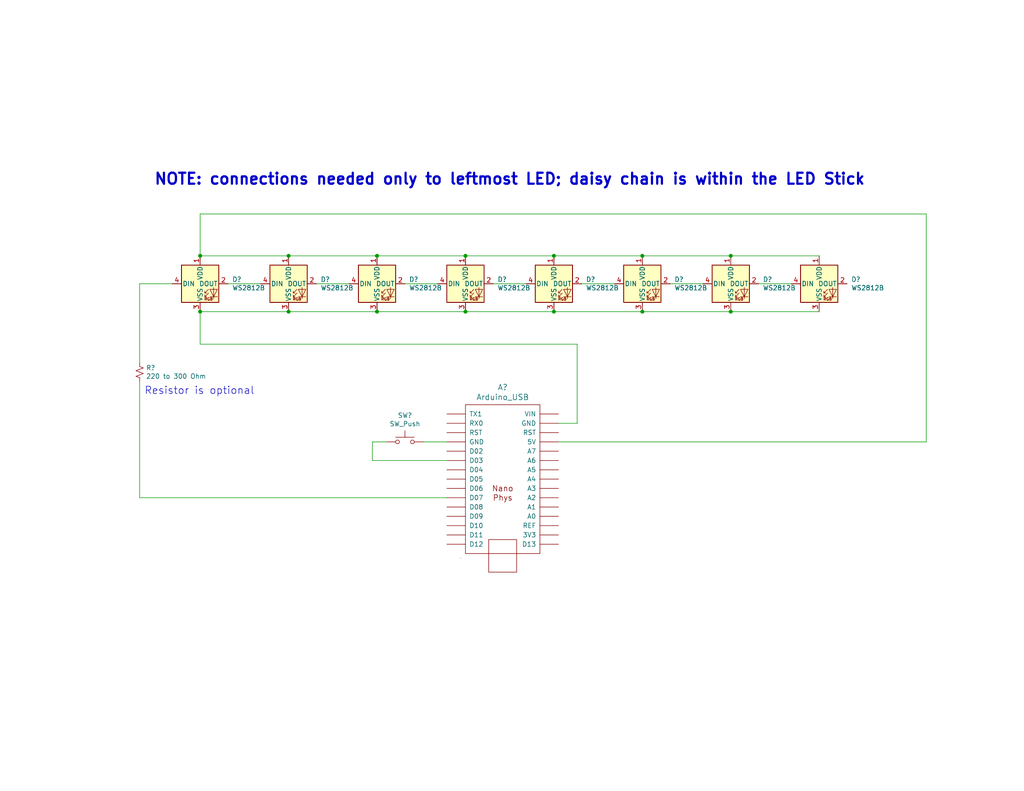
<source format=kicad_sch>
(kicad_sch (version 20230121) (generator eeschema)
  (paper "USLetter")
  (title_block (title "02 Moving Color LEDs") (date "2024-05-01") (company "Author: https://github.com/Mark-MDO47/") (comment 1 "NOTE: Chips & Modules shown top view, notch at top"))
  (lib_symbols
    (symbol "02_MovingLights-rescue:Arduino_USB-mdoLibrary" (pin_names (offset 1.016))
      (property "Reference" "A" (at 0 0 0))
      (property "Value" "mdoLibrary_Arduino_USB" (at 0 2.54 90))
      (symbol "Arduino_USB-mdoLibrary_0_0"
        (rectangle (start -10.16 20.32) (end 10.16 -20.32))
        (text "Nano" (at 0 -2.54 0) (effects (font (size 1.524 1.524))))
        (text "Phys" (at 0 -5.08 0) (effects (font (size 1.524 1.524))))
      )
      (symbol "Arduino_USB-mdoLibrary_0_1"
        (rectangle (start -11.43 -21.59) (end -11.43 -21.59))
        (rectangle (start 3.81 -25.4) (end -3.81 -16.51))
      )
      (symbol "Arduino_USB-mdoLibrary_1_1"
        (pin input line (at 15.24 -15.24 180) (length 5.08) (name "3V3") (number "~"))
        (pin input line (at 15.24 10.16 180) (length 5.08) (name "5V") (number "~"))
        (pin input line (at 15.24 -10.16 180) (length 5.08) (name "A0") (number "~"))
        (pin input line (at 15.24 -7.62 180) (length 5.08) (name "A1") (number "~"))
        (pin input line (at 15.24 -5.08 180) (length 5.08) (name "A2") (number "~"))
        (pin input line (at 15.24 -2.54 180) (length 5.08) (name "A3") (number "~"))
        (pin input line (at 15.24 0 180) (length 5.08) (name "A4") (number "~"))
        (pin input line (at 15.24 2.54 180) (length 5.08) (name "A5") (number "~"))
        (pin input line (at 15.24 5.08 180) (length 5.08) (name "A6") (number "~"))
        (pin input line (at 15.24 7.62 180) (length 5.08) (name "A7") (number "~"))
        (pin input line (at -15.24 7.62 0) (length 5.08) (name "D02") (number "~"))
        (pin input line (at -15.24 5.08 0) (length 5.08) (name "D03") (number "~"))
        (pin input line (at -15.24 2.54 0) (length 5.08) (name "D04") (number "~"))
        (pin input line (at -15.24 0 0) (length 5.08) (name "D05") (number "~"))
        (pin input line (at -15.24 -2.54 0) (length 5.08) (name "D06") (number "~"))
        (pin input line (at -15.24 -5.08 0) (length 5.08) (name "D07") (number "~"))
        (pin input line (at -15.24 -7.62 0) (length 5.08) (name "D08") (number "~"))
        (pin input line (at -15.24 -10.16 0) (length 5.08) (name "D09") (number "~"))
        (pin input line (at -15.24 -12.7 0) (length 5.08) (name "D10") (number "~"))
        (pin input line (at -15.24 -15.24 0) (length 5.08) (name "D11") (number "~"))
        (pin input line (at -15.24 -17.78 0) (length 5.08) (name "D12") (number "~"))
        (pin input line (at 15.24 -17.78 180) (length 5.08) (name "D13") (number "~"))
        (pin input line (at -15.24 10.16 0) (length 5.08) (name "GND") (number "~"))
        (pin input line (at 15.24 15.24 180) (length 5.08) (name "GND") (number "~"))
        (pin input line (at 15.24 -12.7 180) (length 5.08) (name "REF") (number "~"))
        (pin input line (at -15.24 12.7 0) (length 5.08) (name "RST") (number "~"))
        (pin input line (at 15.24 12.7 180) (length 5.08) (name "RST") (number "~"))
        (pin input line (at -15.24 15.24 0) (length 5.08) (name "RX0") (number "~"))
        (pin input line (at -15.24 17.78 0) (length 5.08) (name "TX1") (number "~"))
        (pin input line (at 15.24 17.78 180) (length 5.08) (name "VIN") (number "~"))
      )
    )
    (symbol "Device:R_Small_US" (pin_numbers hide) (pin_names (offset 0.254) hide)
      (property "Reference" "R" (at 0.762 0.508 0))
      (property "Value" "R_Small_US" (at 0.762 -1.016 0))
      (symbol "R_Small_US_1_1"
        (polyline (pts (xy 0 0) (xy 1.016 -0.381) (xy 0 -0.762) (xy -1.016 -1.143) (xy 0 -1.524)))
        (polyline (pts (xy 0 1.524) (xy 1.016 1.143) (xy 0 0.762) (xy -1.016 0.381) (xy 0 0)))
        (pin passive line (at 0 2.54 270) (length 1.016) (name "~") (number "1"))
        (pin passive line (at 0 -2.54 90) (length 1.016) (name "~") (number "2"))
      )
    )
    (symbol "LED:WS2812B" (pin_names (offset 0.254))
      (property "Reference" "D" (at 5.08 5.715 0))
      (property "Value" "WS2812B" (at 1.27 -5.715 0))
      (symbol "WS2812B_0_0"
        (text "RGB" (at 2.286 -4.191 0) (effects (font (size 0.762 0.762))))
      )
      (symbol "WS2812B_0_1"
        (polyline (pts (xy 1.27 -3.556) (xy 1.778 -3.556)))
        (polyline (pts (xy 1.27 -2.54) (xy 1.778 -2.54)))
        (polyline (pts (xy 4.699 -3.556) (xy 2.667 -3.556)))
        (polyline (pts (xy 2.286 -2.54) (xy 1.27 -3.556) (xy 1.27 -3.048)))
        (polyline (pts (xy 2.286 -1.524) (xy 1.27 -2.54) (xy 1.27 -2.032)))
        (polyline (pts (xy 3.683 -1.016) (xy 3.683 -3.556) (xy 3.683 -4.064)))
        (polyline (pts (xy 4.699 -1.524) (xy 2.667 -1.524) (xy 3.683 -3.556) (xy 4.699 -1.524)))
        (rectangle (start 5.08 5.08) (end -5.08 -5.08) (stroke (width 0.254)) (fill (type background)))
      )
      (symbol "WS2812B_1_1"
        (pin power_in line (at 0 7.62 270) (length 2.54) (name "VDD") (number "1"))
        (pin output line (at 7.62 0 180) (length 2.54) (name "DOUT") (number "2"))
        (pin power_in line (at 0 -7.62 90) (length 2.54) (name "VSS") (number "3"))
        (pin input line (at -7.62 0 0) (length 2.54) (name "DIN") (number "4"))
      )
    )
    (symbol "Switch:SW_Push" (pin_numbers hide) (pin_names (offset 1.016) hide)
      (property "Reference" "SW" (at 1.27 2.54 0))
      (property "Value" "SW_Push" (at 0 -1.524 0))
      (symbol "SW_Push_0_1"
        (circle (center -2.032 0) (radius 0.508))
        (polyline (pts (xy 0 1.27) (xy 0 3.048)))
        (polyline (pts (xy 2.54 1.27) (xy -2.54 1.27)))
        (circle (center 2.032 0) (radius 0.508))
        (pin passive line (at -5.08 0 0) (length 2.54) (name "1") (number "1"))
        (pin passive line (at 5.08 0 180) (length 2.54) (name "2") (number "2"))
      )
    )
  )
  (junction (at 78.74 85.09))
  (junction (at 78.74 69.85))
  (junction (at 127 85.09))
  (junction (at 151.13 69.85))
  (junction (at 199.39 85.09))
  (junction (at 102.87 69.85))
  (junction (at 54.61 69.85))
  (junction (at 151.13 85.09))
  (junction (at 199.39 69.85))
  (junction (at 175.26 69.85))
  (junction (at 175.26 85.09))
  (junction (at 102.87 85.09))
  (junction (at 54.61 85.09))
  (junction (at 127 69.85))
  (wire (pts (xy 110.49 77.47) (xy 119.38 77.47)))
  (wire (pts (xy 38.1 77.47) (xy 38.1 99.06)))
  (wire (pts (xy 252.73 58.42) (xy 252.73 120.65)))
  (wire (pts (xy 105.41 120.65) (xy 101.6 120.65)))
  (wire (pts (xy 101.6 120.65) (xy 101.6 125.73)))
  (wire (pts (xy 127 85.09) (xy 102.87 85.09)))
  (wire (pts (xy 151.13 85.09) (xy 127 85.09)))
  (wire (pts (xy 151.13 69.85) (xy 127 69.85)))
  (wire (pts (xy 199.39 85.09) (xy 175.26 85.09)))
  (wire (pts (xy 252.73 58.42) (xy 54.61 58.42)))
  (wire (pts (xy 62.23 77.47) (xy 71.12 77.47)))
  (wire (pts (xy 78.74 69.85) (xy 54.61 69.85)))
  (wire (pts (xy 157.48 115.57) (xy 157.48 93.98)))
  (wire (pts (xy 121.92 120.65) (xy 115.57 120.65)))
  (wire (pts (xy 102.87 69.85) (xy 78.74 69.85)))
  (wire (pts (xy 86.36 77.47) (xy 95.25 77.47)))
  (wire (pts (xy 54.61 58.42) (xy 54.61 69.85)))
  (wire (pts (xy 38.1 135.89) (xy 38.1 104.14)))
  (wire (pts (xy 157.48 93.98) (xy 54.61 93.98)))
  (wire (pts (xy 152.4 115.57) (xy 157.48 115.57)))
  (wire (pts (xy 223.52 85.09) (xy 199.39 85.09)))
  (wire (pts (xy 182.88 77.47) (xy 191.77 77.47)))
  (wire (pts (xy 223.52 69.85) (xy 199.39 69.85)))
  (wire (pts (xy 78.74 85.09) (xy 54.61 85.09)))
  (wire (pts (xy 175.26 85.09) (xy 151.13 85.09)))
  (wire (pts (xy 121.92 125.73) (xy 101.6 125.73)))
  (wire (pts (xy 102.87 85.09) (xy 78.74 85.09)))
  (wire (pts (xy 158.75 77.47) (xy 167.64 77.47)))
  (wire (pts (xy 175.26 69.85) (xy 151.13 69.85)))
  (wire (pts (xy 54.61 85.09) (xy 54.61 93.98)))
  (wire (pts (xy 46.99 77.47) (xy 38.1 77.47)))
  (wire (pts (xy 207.01 77.47) (xy 215.9 77.47)))
  (wire (pts (xy 127 69.85) (xy 102.87 69.85)))
  (wire (pts (xy 134.62 77.47) (xy 143.51 77.47)))
  (wire (pts (xy 121.92 135.89) (xy 38.1 135.89)))
  (wire (pts (xy 152.4 120.65) (xy 252.73 120.65)))
  (wire (pts (xy 199.39 69.85) (xy 175.26 69.85)))
  (text "Resistor is optional" (at 39.37 107.95 0) (effects (font (size 2 2)) (justify left bottom)))
  (text "NOTE: connections needed only to leftmost LED; daisy chain is within the LED Stick" (at 41.91 50.8 0) (effects (font (size 2.9972 2.9972) (thickness 0.5994) bold) (justify left bottom)))
  (symbol (lib_id "Device:R_Small_US") (at 38.1 101.6 0) (unit 1)
    (property "Reference" "R?" (at 39.8272 100.4316 0) (effects (justify left)))
    (property "Value" "220 to 300 Ohm" (at 39.8272 102.743 0) (effects (justify left)))
  )
  (symbol (lib_id "Switch:SW_Push") (at 110.49 120.65 0) (unit 1)
    (property "Reference" "SW?" (at 110.49 113.411 0))
    (property "Value" "SW_Push" (at 110.49 115.7224 0))
  )
  (symbol (lib_id "02_MovingLights-rescue:Arduino_USB-mdoLibrary") (at 137.16 130.81 0) (unit 1)
    (property "Reference" "A?" (at 137.16 105.7402 0) (effects (font (size 1.524 1.524))))
    (property "Value" "Arduino_USB" (at 137.16 108.4326 0) (effects (font (size 1.524 1.524))))
  )
  (symbol (lib_id "LED:WS2812B") (at 54.61 77.47 0) (unit 1)
    (property "Reference" "D?" (at 63.3476 76.3016 0) (effects (justify left)))
    (property "Value" "WS2812B" (at 63.3476 78.613 0) (effects (justify left)))
    (property "Footprint" "LED_SMD:LED_WS2812B_PLCC4_5.0x5.0mm_P3.2mm" (effects hide))
    (property "Datasheet" "https://cdn-shop.adafruit.com/datasheets/WS2812B.pdf" (effects hide))
  )
  (symbol (lib_id "LED:WS2812B") (at 78.74 77.47 0) (unit 1)
    (property "Reference" "D?" (at 87.4776 76.3016 0) (effects (justify left)))
    (property "Value" "WS2812B" (at 87.4776 78.613 0) (effects (justify left)))
    (property "Footprint" "LED_SMD:LED_WS2812B_PLCC4_5.0x5.0mm_P3.2mm" (effects hide))
    (property "Datasheet" "https://cdn-shop.adafruit.com/datasheets/WS2812B.pdf" (effects hide))
  )
  (symbol (lib_id "LED:WS2812B") (at 102.87 77.47 0) (unit 1)
    (property "Reference" "D?" (at 111.6076 76.3016 0) (effects (justify left)))
    (property "Value" "WS2812B" (at 111.6076 78.613 0) (effects (justify left)))
    (property "Footprint" "LED_SMD:LED_WS2812B_PLCC4_5.0x5.0mm_P3.2mm" (effects hide))
    (property "Datasheet" "https://cdn-shop.adafruit.com/datasheets/WS2812B.pdf" (effects hide))
  )
  (symbol (lib_id "LED:WS2812B") (at 127 77.47 0) (unit 1)
    (property "Reference" "D?" (at 135.7376 76.3016 0) (effects (justify left)))
    (property "Value" "WS2812B" (at 135.7376 78.613 0) (effects (justify left)))
    (property "Footprint" "LED_SMD:LED_WS2812B_PLCC4_5.0x5.0mm_P3.2mm" (effects hide))
    (property "Datasheet" "https://cdn-shop.adafruit.com/datasheets/WS2812B.pdf" (effects hide))
  )
  (symbol (lib_id "LED:WS2812B") (at 151.13 77.47 0) (unit 1)
    (property "Reference" "D?" (at 159.8676 76.3016 0) (effects (justify left)))
    (property "Value" "WS2812B" (at 159.8676 78.613 0) (effects (justify left)))
    (property "Footprint" "LED_SMD:LED_WS2812B_PLCC4_5.0x5.0mm_P3.2mm" (effects hide))
    (property "Datasheet" "https://cdn-shop.adafruit.com/datasheets/WS2812B.pdf" (effects hide))
  )
  (symbol (lib_id "LED:WS2812B") (at 175.26 77.47 0) (unit 1)
    (property "Reference" "D?" (at 183.9976 76.3016 0) (effects (justify left)))
    (property "Value" "WS2812B" (at 183.9976 78.613 0) (effects (justify left)))
    (property "Footprint" "LED_SMD:LED_WS2812B_PLCC4_5.0x5.0mm_P3.2mm" (effects hide))
    (property "Datasheet" "https://cdn-shop.adafruit.com/datasheets/WS2812B.pdf" (effects hide))
  )
  (symbol (lib_id "LED:WS2812B") (at 199.39 77.47 0) (unit 1)
    (property "Reference" "D?" (at 208.1276 76.3016 0) (effects (justify left)))
    (property "Value" "WS2812B" (at 208.1276 78.613 0) (effects (justify left)))
    (property "Footprint" "LED_SMD:LED_WS2812B_PLCC4_5.0x5.0mm_P3.2mm" (effects hide))
    (property "Datasheet" "https://cdn-shop.adafruit.com/datasheets/WS2812B.pdf" (effects hide))
  )
  (symbol (lib_id "LED:WS2812B") (at 223.52 77.47 0) (unit 1)
    (property "Reference" "D?" (at 232.2576 76.3016 0) (effects (justify left)))
    (property "Value" "WS2812B" (at 232.2576 78.613 0) (effects (justify left)))
    (property "Footprint" "LED_SMD:LED_WS2812B_PLCC4_5.0x5.0mm_P3.2mm" (effects hide))
    (property "Datasheet" "https://cdn-shop.adafruit.com/datasheets/WS2812B.pdf" (effects hide))
  )
)
</source>
